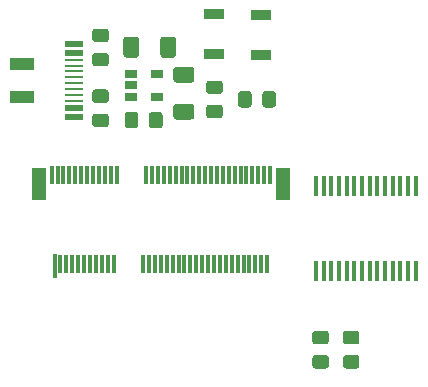
<source format=gtp>
%TF.GenerationSoftware,KiCad,Pcbnew,(5.1.8)-1*%
%TF.CreationDate,2020-12-25T17:53:49+01:00*%
%TF.ProjectId,mmStep,6d6d5374-6570-42e6-9b69-6361645f7063,rev?*%
%TF.SameCoordinates,Original*%
%TF.FileFunction,Paste,Top*%
%TF.FilePolarity,Positive*%
%FSLAX46Y46*%
G04 Gerber Fmt 4.6, Leading zero omitted, Abs format (unit mm)*
G04 Created by KiCad (PCBNEW (5.1.8)-1) date 2020-12-25 17:53:49*
%MOMM*%
%LPD*%
G01*
G04 APERTURE LIST*
%ADD10R,0.300000X1.550000*%
%ADD11R,1.200000X2.750000*%
%ADD12R,0.300000X2.000000*%
%ADD13R,0.450000X1.750000*%
%ADD14R,2.000000X1.000000*%
%ADD15R,1.500000X0.270000*%
%ADD16R,1.500000X0.520000*%
%ADD17R,1.700000X0.900000*%
%ADD18R,1.060000X0.650000*%
G04 APERTURE END LIST*
D10*
%TO.C,J3*%
X8753600Y-27780000D03*
X8253600Y-27780000D03*
X7753600Y-27780000D03*
X7253600Y-27780000D03*
X9003600Y-20230000D03*
X8503600Y-20230000D03*
X8003600Y-20230000D03*
X7503600Y-20230000D03*
D11*
X24103600Y-21005000D03*
X3403600Y-21005000D03*
D10*
X23003600Y-20230000D03*
X22753600Y-27780000D03*
X22253600Y-27780000D03*
X21753600Y-27780000D03*
X21253600Y-27780000D03*
X20753600Y-27780000D03*
X20253600Y-27780000D03*
X19753600Y-27780000D03*
X19253600Y-27780000D03*
X18753600Y-27780000D03*
X18253600Y-27780000D03*
X17753600Y-27780000D03*
X17253600Y-27780000D03*
X16753600Y-27780000D03*
X16253600Y-27780000D03*
X15753600Y-27780000D03*
X15253600Y-27780000D03*
X14753600Y-27780000D03*
X14253600Y-27780000D03*
X13753600Y-27780000D03*
X13253600Y-27780000D03*
X12753600Y-27780000D03*
X12253600Y-27780000D03*
X9753600Y-27780000D03*
X9253600Y-27780000D03*
X6753600Y-27780000D03*
X6253600Y-27780000D03*
X5753600Y-27780000D03*
X5253600Y-27780000D03*
D12*
X4753600Y-28000000D03*
D10*
X22503600Y-20230000D03*
X22003600Y-20230000D03*
X21503600Y-20230000D03*
X21003600Y-20230000D03*
X20503600Y-20230000D03*
X20003600Y-20230000D03*
X19503600Y-20230000D03*
X19003600Y-20230000D03*
X18503600Y-20230000D03*
X18003600Y-20230000D03*
X17503600Y-20230000D03*
X17003600Y-20230000D03*
X16503600Y-20230000D03*
X16003600Y-20230000D03*
X15503600Y-20230000D03*
X15003600Y-20230000D03*
X14503600Y-20230000D03*
X14003600Y-20230000D03*
X13503600Y-20230000D03*
X13003600Y-20230000D03*
X12503600Y-20230000D03*
X10003600Y-20230000D03*
X9503600Y-20230000D03*
X7003600Y-20230000D03*
X6503600Y-20230000D03*
X6003600Y-20230000D03*
X5503600Y-20230000D03*
X5003600Y-20230000D03*
X4503600Y-20230000D03*
%TD*%
%TO.C,R4*%
G36*
G01*
X27729601Y-34611000D02*
X26829599Y-34611000D01*
G75*
G02*
X26579600Y-34361001I0J249999D01*
G01*
X26579600Y-33710999D01*
G75*
G02*
X26829599Y-33461000I249999J0D01*
G01*
X27729601Y-33461000D01*
G75*
G02*
X27979600Y-33710999I0J-249999D01*
G01*
X27979600Y-34361001D01*
G75*
G02*
X27729601Y-34611000I-249999J0D01*
G01*
G37*
G36*
G01*
X27729601Y-36661000D02*
X26829599Y-36661000D01*
G75*
G02*
X26579600Y-36411001I0J249999D01*
G01*
X26579600Y-35760999D01*
G75*
G02*
X26829599Y-35511000I249999J0D01*
G01*
X27729601Y-35511000D01*
G75*
G02*
X27979600Y-35760999I0J-249999D01*
G01*
X27979600Y-36411001D01*
G75*
G02*
X27729601Y-36661000I-249999J0D01*
G01*
G37*
%TD*%
%TO.C,R3*%
G36*
G01*
X30320401Y-34611000D02*
X29420399Y-34611000D01*
G75*
G02*
X29170400Y-34361001I0J249999D01*
G01*
X29170400Y-33710999D01*
G75*
G02*
X29420399Y-33461000I249999J0D01*
G01*
X30320401Y-33461000D01*
G75*
G02*
X30570400Y-33710999I0J-249999D01*
G01*
X30570400Y-34361001D01*
G75*
G02*
X30320401Y-34611000I-249999J0D01*
G01*
G37*
G36*
G01*
X30320401Y-36661000D02*
X29420399Y-36661000D01*
G75*
G02*
X29170400Y-36411001I0J249999D01*
G01*
X29170400Y-35760999D01*
G75*
G02*
X29420399Y-35511000I249999J0D01*
G01*
X30320401Y-35511000D01*
G75*
G02*
X30570400Y-35760999I0J-249999D01*
G01*
X30570400Y-36411001D01*
G75*
G02*
X30320401Y-36661000I-249999J0D01*
G01*
G37*
%TD*%
D13*
%TO.C,U2*%
X26890000Y-21165000D03*
X27540000Y-21165000D03*
X28190000Y-21165000D03*
X28840000Y-21165000D03*
X29490000Y-21165000D03*
X30140000Y-21165000D03*
X30790000Y-21165000D03*
X31440000Y-21165000D03*
X32090000Y-21165000D03*
X32740000Y-21165000D03*
X33390000Y-21165000D03*
X34040000Y-21165000D03*
X34690000Y-21165000D03*
X35340000Y-21165000D03*
X35340000Y-28365000D03*
X34690000Y-28365000D03*
X34040000Y-28365000D03*
X33390000Y-28365000D03*
X32740000Y-28365000D03*
X32090000Y-28365000D03*
X31440000Y-28365000D03*
X30790000Y-28365000D03*
X30140000Y-28365000D03*
X29490000Y-28365000D03*
X28840000Y-28365000D03*
X28190000Y-28365000D03*
X27540000Y-28365000D03*
X26890000Y-28365000D03*
%TD*%
D14*
%TO.C,J2*%
X2000000Y-13650000D03*
X2000000Y-10850000D03*
D15*
X6400000Y-13500000D03*
X6400000Y-13000000D03*
X6400000Y-12500000D03*
X6400000Y-12000000D03*
X6400000Y-11500000D03*
X6400000Y-11000000D03*
X6400000Y-14000000D03*
X6400000Y-10500000D03*
D16*
X6400000Y-14600000D03*
X6400000Y-9900000D03*
X6400000Y-15350000D03*
X6400000Y-9150000D03*
%TD*%
%TO.C,R5*%
G36*
G01*
X17837999Y-14318400D02*
X18738001Y-14318400D01*
G75*
G02*
X18988000Y-14568399I0J-249999D01*
G01*
X18988000Y-15218401D01*
G75*
G02*
X18738001Y-15468400I-249999J0D01*
G01*
X17837999Y-15468400D01*
G75*
G02*
X17588000Y-15218401I0J249999D01*
G01*
X17588000Y-14568399D01*
G75*
G02*
X17837999Y-14318400I249999J0D01*
G01*
G37*
G36*
G01*
X17837999Y-12268400D02*
X18738001Y-12268400D01*
G75*
G02*
X18988000Y-12518399I0J-249999D01*
G01*
X18988000Y-13168401D01*
G75*
G02*
X18738001Y-13418400I-249999J0D01*
G01*
X17837999Y-13418400D01*
G75*
G02*
X17588000Y-13168401I0J249999D01*
G01*
X17588000Y-12518399D01*
G75*
G02*
X17837999Y-12268400I249999J0D01*
G01*
G37*
%TD*%
%TO.C,D1*%
G36*
G01*
X21444800Y-13418399D02*
X21444800Y-14318401D01*
G75*
G02*
X21194801Y-14568400I-249999J0D01*
G01*
X20544799Y-14568400D01*
G75*
G02*
X20294800Y-14318401I0J249999D01*
G01*
X20294800Y-13418399D01*
G75*
G02*
X20544799Y-13168400I249999J0D01*
G01*
X21194801Y-13168400D01*
G75*
G02*
X21444800Y-13418399I0J-249999D01*
G01*
G37*
G36*
G01*
X23494800Y-13418399D02*
X23494800Y-14318401D01*
G75*
G02*
X23244801Y-14568400I-249999J0D01*
G01*
X22594799Y-14568400D01*
G75*
G02*
X22344800Y-14318401I0J249999D01*
G01*
X22344800Y-13418399D01*
G75*
G02*
X22594799Y-13168400I249999J0D01*
G01*
X23244801Y-13168400D01*
G75*
G02*
X23494800Y-13418399I0J-249999D01*
G01*
G37*
%TD*%
D17*
%TO.C,SW2*%
X22250400Y-6682000D03*
X22250400Y-10082000D03*
%TD*%
%TO.C,SW1*%
X18288000Y-6658400D03*
X18288000Y-10058400D03*
%TD*%
%TO.C,R2*%
G36*
G01*
X9100001Y-9025000D02*
X8199999Y-9025000D01*
G75*
G02*
X7950000Y-8775001I0J249999D01*
G01*
X7950000Y-8124999D01*
G75*
G02*
X8199999Y-7875000I249999J0D01*
G01*
X9100001Y-7875000D01*
G75*
G02*
X9350000Y-8124999I0J-249999D01*
G01*
X9350000Y-8775001D01*
G75*
G02*
X9100001Y-9025000I-249999J0D01*
G01*
G37*
G36*
G01*
X9100001Y-11075000D02*
X8199999Y-11075000D01*
G75*
G02*
X7950000Y-10825001I0J249999D01*
G01*
X7950000Y-10174999D01*
G75*
G02*
X8199999Y-9925000I249999J0D01*
G01*
X9100001Y-9925000D01*
G75*
G02*
X9350000Y-10174999I0J-249999D01*
G01*
X9350000Y-10825001D01*
G75*
G02*
X9100001Y-11075000I-249999J0D01*
G01*
G37*
%TD*%
%TO.C,R1*%
G36*
G01*
X8199999Y-15071400D02*
X9100001Y-15071400D01*
G75*
G02*
X9350000Y-15321399I0J-249999D01*
G01*
X9350000Y-15971401D01*
G75*
G02*
X9100001Y-16221400I-249999J0D01*
G01*
X8199999Y-16221400D01*
G75*
G02*
X7950000Y-15971401I0J249999D01*
G01*
X7950000Y-15321399D01*
G75*
G02*
X8199999Y-15071400I249999J0D01*
G01*
G37*
G36*
G01*
X8199999Y-13021400D02*
X9100001Y-13021400D01*
G75*
G02*
X9350000Y-13271399I0J-249999D01*
G01*
X9350000Y-13921401D01*
G75*
G02*
X9100001Y-14171400I-249999J0D01*
G01*
X8199999Y-14171400D01*
G75*
G02*
X7950000Y-13921401I0J249999D01*
G01*
X7950000Y-13271399D01*
G75*
G02*
X8199999Y-13021400I249999J0D01*
G01*
G37*
%TD*%
D18*
%TO.C,U1*%
X13444400Y-11734000D03*
X13444400Y-13634000D03*
X11244400Y-13634000D03*
X11244400Y-12684000D03*
X11244400Y-11734000D03*
%TD*%
%TO.C,C3*%
G36*
G01*
X15047199Y-14244400D02*
X16347201Y-14244400D01*
G75*
G02*
X16597200Y-14494399I0J-249999D01*
G01*
X16597200Y-15319401D01*
G75*
G02*
X16347201Y-15569400I-249999J0D01*
G01*
X15047199Y-15569400D01*
G75*
G02*
X14797200Y-15319401I0J249999D01*
G01*
X14797200Y-14494399D01*
G75*
G02*
X15047199Y-14244400I249999J0D01*
G01*
G37*
G36*
G01*
X15047199Y-11119400D02*
X16347201Y-11119400D01*
G75*
G02*
X16597200Y-11369399I0J-249999D01*
G01*
X16597200Y-12194401D01*
G75*
G02*
X16347201Y-12444400I-249999J0D01*
G01*
X15047199Y-12444400D01*
G75*
G02*
X14797200Y-12194401I0J249999D01*
G01*
X14797200Y-11369399D01*
G75*
G02*
X15047199Y-11119400I249999J0D01*
G01*
G37*
%TD*%
%TO.C,C2*%
G36*
G01*
X11843600Y-15180399D02*
X11843600Y-16080401D01*
G75*
G02*
X11593601Y-16330400I-249999J0D01*
G01*
X10943599Y-16330400D01*
G75*
G02*
X10693600Y-16080401I0J249999D01*
G01*
X10693600Y-15180399D01*
G75*
G02*
X10943599Y-14930400I249999J0D01*
G01*
X11593601Y-14930400D01*
G75*
G02*
X11843600Y-15180399I0J-249999D01*
G01*
G37*
G36*
G01*
X13893600Y-15180399D02*
X13893600Y-16080401D01*
G75*
G02*
X13643601Y-16330400I-249999J0D01*
G01*
X12993599Y-16330400D01*
G75*
G02*
X12743600Y-16080401I0J249999D01*
G01*
X12743600Y-15180399D01*
G75*
G02*
X12993599Y-14930400I249999J0D01*
G01*
X13643601Y-14930400D01*
G75*
G02*
X13893600Y-15180399I0J-249999D01*
G01*
G37*
%TD*%
%TO.C,C1*%
G36*
G01*
X13713900Y-10098801D02*
X13713900Y-8798799D01*
G75*
G02*
X13963899Y-8548800I249999J0D01*
G01*
X14788901Y-8548800D01*
G75*
G02*
X15038900Y-8798799I0J-249999D01*
G01*
X15038900Y-10098801D01*
G75*
G02*
X14788901Y-10348800I-249999J0D01*
G01*
X13963899Y-10348800D01*
G75*
G02*
X13713900Y-10098801I0J249999D01*
G01*
G37*
G36*
G01*
X10588900Y-10098801D02*
X10588900Y-8798799D01*
G75*
G02*
X10838899Y-8548800I249999J0D01*
G01*
X11663901Y-8548800D01*
G75*
G02*
X11913900Y-8798799I0J-249999D01*
G01*
X11913900Y-10098801D01*
G75*
G02*
X11663901Y-10348800I-249999J0D01*
G01*
X10838899Y-10348800D01*
G75*
G02*
X10588900Y-10098801I0J249999D01*
G01*
G37*
%TD*%
M02*

</source>
